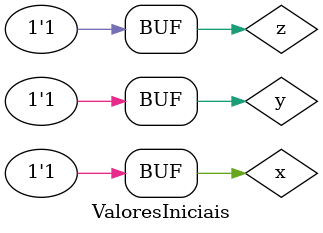
<source format=v>
module A (output a, input x,y,z);

	assign a = ~x & ~(y | ~z); 

endmodule



module B (output b, input x, y, z);

	assign b = ~(x | ~y) & z;

endmodule



module C (output c, input x, y, z);

	assign c = ~(~x & ~y) & ~z;

endmodule



module D (output d, input x, y, z);

	assign d = ~(x & y) & ~z;

endmodule



module E (output e, input x, y, z);

	assign e = (~x | y) & (x | ~z);

endmodule


module ValoresIniciais;

reg x, y, z;
wire a, b, c, d, e;

	A letraA (a, x, y, z);
	B letraB (b, x, y, z);
	C letraC (c, x, y, z);
	D letraD (d, x, y, z);
	E letraE (e, x, y, z);	

initial
begin : start

	x = 1'bx;
	y = 1'bx;
	z = 1'bx;

end

initial
begin : main

	$display("Exemplo - Larissa Gomes - 650525");
	$display("Expressoes booleanas");
	
	$display(" x  y  z =  a  b  c  d  e");
$monitor("%2b %2b %2b = %2b %2b %2b %2b %2b", x, y, z, a, b, c, d, e);
		
	#1 x = 0; y = 0; z = 0;
	#1 x = 0; y = 0; z = 1;
	#1 x = 0; y = 1; z = 0;
	#1 x = 0; y = 1; z = 1;
	#1 x = 1; y = 0; z = 0;
	#1 x = 1; y = 0; z = 1;
	#1 x = 1; y = 1; z = 0;
	#1 x = 1; y = 1; z = 1;

end
endmodule
</source>
